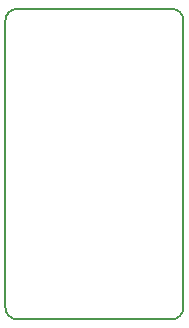
<source format=gbr>
G04 #@! TF.GenerationSoftware,KiCad,Pcbnew,7.0.6-0*
G04 #@! TF.CreationDate,2023-10-14T16:51:04-04:00*
G04 #@! TF.ProjectId,RAM Module,52414d20-4d6f-4647-956c-652e6b696361,1*
G04 #@! TF.SameCoordinates,Original*
G04 #@! TF.FileFunction,Profile,NP*
%FSLAX46Y46*%
G04 Gerber Fmt 4.6, Leading zero omitted, Abs format (unit mm)*
G04 Created by KiCad (PCBNEW 7.0.6-0) date 2023-10-14 16:51:04*
%MOMM*%
%LPD*%
G01*
G04 APERTURE LIST*
G04 #@! TA.AperFunction,Profile*
%ADD10C,0.150000*%
G04 #@! TD*
G04 APERTURE END LIST*
D10*
X142590000Y-86870000D02*
X142590000Y-111162840D01*
X157660077Y-86870000D02*
G75*
G03*
X156660000Y-85869923I-1000077J0D01*
G01*
X143587161Y-112162915D02*
X156662840Y-112162915D01*
X143590077Y-85869900D02*
G75*
G03*
X142590000Y-86870000I23J-1000100D01*
G01*
X157662915Y-111162839D02*
X157662915Y-86870000D01*
X156662840Y-112162915D02*
G75*
G03*
X157662915Y-111162839I-40J1000115D01*
G01*
X142587085Y-111162840D02*
G75*
G03*
X143587161Y-112162915I1000115J40D01*
G01*
X156660000Y-85869923D02*
X143590077Y-85869923D01*
M02*

</source>
